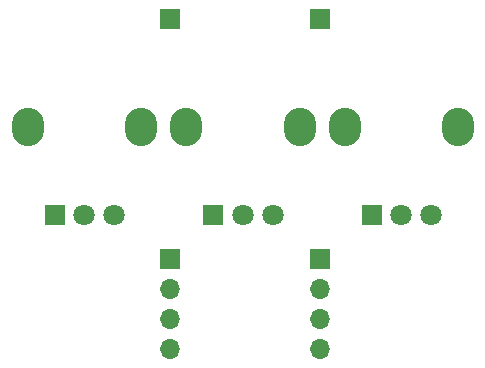
<source format=gbr>
%TF.GenerationSoftware,KiCad,Pcbnew,(6.0.1)*%
%TF.CreationDate,2022-05-20T14:02:09-07:00*%
%TF.ProjectId,ratt-rounded,72617474-2d72-46f7-956e-6465642e6b69,rev?*%
%TF.SameCoordinates,Original*%
%TF.FileFunction,Soldermask,Top*%
%TF.FilePolarity,Negative*%
%FSLAX46Y46*%
G04 Gerber Fmt 4.6, Leading zero omitted, Abs format (unit mm)*
G04 Created by KiCad (PCBNEW (6.0.1)) date 2022-05-20 14:02:09*
%MOMM*%
%LPD*%
G01*
G04 APERTURE LIST*
%ADD10O,2.720000X3.240000*%
%ADD11R,1.800000X1.800000*%
%ADD12C,1.800000*%
%ADD13R,1.700000X1.700000*%
%ADD14O,1.700000X1.700000*%
G04 APERTURE END LIST*
D10*
%TO.C,RV1*%
X30810000Y-33350000D03*
X40410000Y-33350000D03*
D11*
X33110000Y-40850000D03*
D12*
X35610000Y-40850000D03*
X38110000Y-40850000D03*
%TD*%
D10*
%TO.C,RV2*%
X44215000Y-33350000D03*
X53815000Y-33350000D03*
D11*
X46515000Y-40850000D03*
D12*
X49015000Y-40850000D03*
X51515000Y-40850000D03*
%TD*%
D10*
%TO.C,RV3*%
X26975000Y-33350000D03*
X17375000Y-33350000D03*
D11*
X19675000Y-40850000D03*
D12*
X22175000Y-40850000D03*
X24675000Y-40850000D03*
%TD*%
D13*
%TO.C,REF2*%
X29400000Y-24230000D03*
%TD*%
%TO.C,J2*%
X42100000Y-44560000D03*
D14*
X42100000Y-47100000D03*
X42100000Y-49640000D03*
X42100000Y-52180000D03*
%TD*%
D13*
%TO.C,J1*%
X29400000Y-44560000D03*
D14*
X29400000Y-47100000D03*
X29400000Y-49640000D03*
X29400000Y-52180000D03*
%TD*%
D13*
%TO.C,REF1*%
X42100000Y-24230000D03*
%TD*%
M02*

</source>
